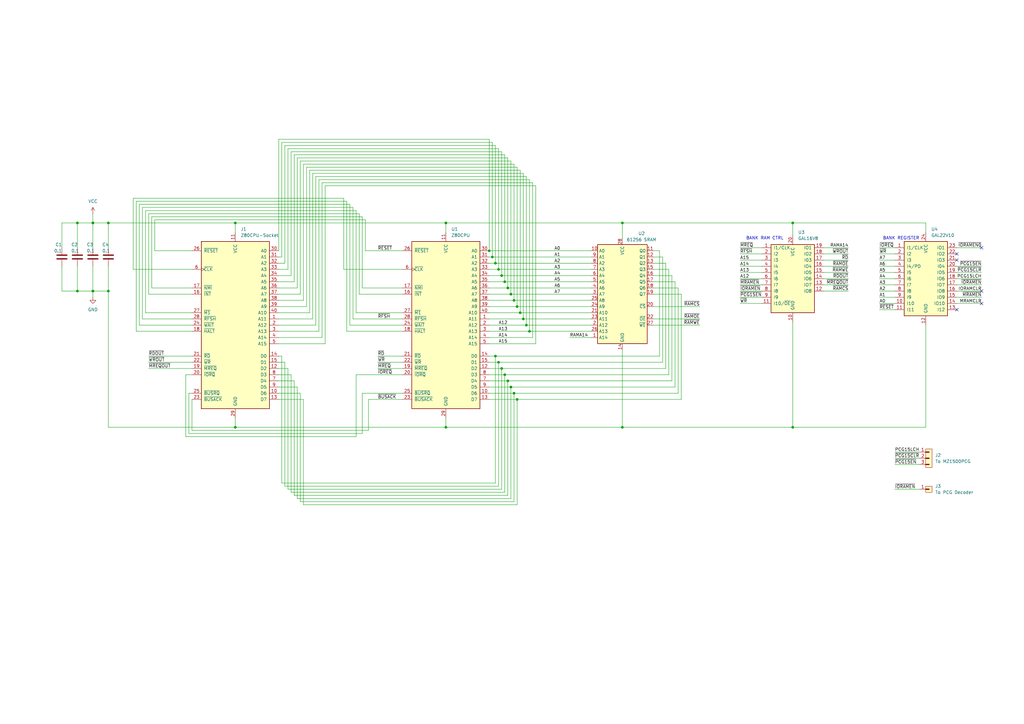
<source format=kicad_sch>
(kicad_sch (version 20231120) (generator "eeschema") (generator_version "8.0")
  (paper "A3")
  (title_block (title "MZ700-like BANK RAM for MZ1200") (date "2024-07-10") (rev "2.0"))
  (lib_symbols
    (symbol "8bits:GAL22V10" (pin_names (offset 1.016))
      (property "Reference" "U" (at -8.89 16.51 0))
      (property "Value" "GAL22V10" (at 3.81 16.51 0))
      (symbol "GAL22V10_0_0"
        (pin power_in line (at 0 -19.05 90) (length 3.81) (name "GND") (number "12"))
        (pin power_in line (at 0 19.05 270) (length 3.81) (name "VCC") (number "24"))
      )
      (symbol "GAL22V10_0_1"
        (rectangle (start -8.89 15.24) (end 8.89 -15.24) (stroke (width 0.254)) (fill (type background)))
      )
      (symbol "GAL22V10_1_1"
        (pin input line (at -12.7 12.7 0) (length 3.81) (name "I1/CLK") (number "1"))
        (pin input line (at -12.7 -10.16 0) (length 3.81) (name "I10") (number "10"))
        (pin input line (at -12.7 -12.7 0) (length 3.81) (name "I11") (number "11"))
        (pin input line (at 12.7 -12.7 180) (length 3.81) (name "I12") (number "13"))
        (pin tri_state line (at 12.7 -10.16 180) (length 3.81) (name "IO10") (number "14"))
        (pin tri_state line (at 12.7 -7.62 180) (length 3.81) (name "IO9") (number "15"))
        (pin tri_state line (at 12.7 -5.08 180) (length 3.81) (name "IO8") (number "16"))
        (pin tri_state line (at 12.7 -2.54 180) (length 3.81) (name "IO7") (number "17"))
        (pin tri_state line (at 12.7 0 180) (length 3.81) (name "IO6") (number "18"))
        (pin tri_state line (at 12.7 2.54 180) (length 3.81) (name "IO5") (number "19"))
        (pin input line (at -12.7 10.16 0) (length 3.81) (name "I2") (number "2"))
        (pin tri_state line (at 12.7 5.08 180) (length 3.81) (name "I04") (number "20"))
        (pin tri_state line (at 12.7 7.62 180) (length 3.81) (name "IO3") (number "21"))
        (pin tri_state line (at 12.7 10.16 180) (length 3.81) (name "IO2") (number "22"))
        (pin tri_state line (at 12.7 12.7 180) (length 3.81) (name "IO1") (number "23"))
        (pin input line (at -12.7 7.62 0) (length 3.81) (name "I3") (number "3"))
        (pin input line (at -12.7 5.08 0) (length 3.81) (name "I4/PD") (number "4"))
        (pin input line (at -12.7 2.54 0) (length 3.81) (name "I5") (number "5"))
        (pin input line (at -12.7 0 0) (length 3.81) (name "I6") (number "6"))
        (pin input line (at -12.7 -2.54 0) (length 3.81) (name "I7") (number "7"))
        (pin input line (at -12.7 -5.08 0) (length 3.81) (name "I8") (number "8"))
        (pin input line (at -12.7 -7.62 0) (length 3.81) (name "I9") (number "9"))
      )
    )
    (symbol "CPU:Z80CPU" (pin_names (offset 1.016))
      (property "Reference" "U" (at -13.97 35.56 0))
      (property "Value" "Z80CPU" (at 6.35 35.56 0))
      (symbol "Z80CPU_0_1"
        (rectangle (start -13.97 34.29) (end 13.97 -34.29) (stroke (width 0.254)) (fill (type background)))
      )
      (symbol "Z80CPU_1_1"
        (pin output line (at 17.78 2.54 180) (length 3.81) (name "A11") (number "1"))
        (pin bidirectional line (at 17.78 -27.94 180) (length 3.81) (name "D6") (number "10"))
        (pin power_in line (at 0 38.1 270) (length 3.81) (name "VCC") (number "11"))
        (pin bidirectional line (at 17.78 -17.78 180) (length 3.81) (name "D2") (number "12"))
        (pin bidirectional line (at 17.78 -30.48 180) (length 3.81) (name "D7") (number "13"))
        (pin bidirectional line (at 17.78 -12.7 180) (length 3.81) (name "D0") (number "14"))
        (pin bidirectional line (at 17.78 -15.24 180) (length 3.81) (name "D1") (number "15"))
        (pin input line (at -17.78 12.7 0) (length 3.81) (name "~{INT}") (number "16"))
        (pin input line (at -17.78 15.24 0) (length 3.81) (name "~{NMI}") (number "17"))
        (pin output line (at -17.78 -2.54 0) (length 3.81) (name "~{HALT}") (number "18"))
        (pin output line (at -17.78 -17.78 0) (length 3.81) (name "~{MREQ}") (number "19"))
        (pin output line (at 17.78 0 180) (length 3.81) (name "A12") (number "2"))
        (pin output line (at -17.78 -20.32 0) (length 3.81) (name "~{IORQ}") (number "20"))
        (pin output line (at -17.78 -12.7 0) (length 3.81) (name "~{RD}") (number "21"))
        (pin output line (at -17.78 -15.24 0) (length 3.81) (name "~{WR}") (number "22"))
        (pin output line (at -17.78 -30.48 0) (length 3.81) (name "~{BUSACK}") (number "23"))
        (pin input line (at -17.78 0 0) (length 3.81) (name "~{WAIT}") (number "24"))
        (pin input line (at -17.78 -27.94 0) (length 3.81) (name "~{BUSRQ}") (number "25"))
        (pin input line (at -17.78 30.48 0) (length 3.81) (name "~{RESET}") (number "26"))
        (pin output line (at -17.78 5.08 0) (length 3.81) (name "~{M1}") (number "27"))
        (pin output line (at -17.78 2.54 0) (length 3.81) (name "~{RFSH}") (number "28"))
        (pin power_in line (at 0 -38.1 90) (length 3.81) (name "GND") (number "29"))
        (pin output line (at 17.78 -2.54 180) (length 3.81) (name "A13") (number "3"))
        (pin output line (at 17.78 30.48 180) (length 3.81) (name "A0") (number "30"))
        (pin output line (at 17.78 27.94 180) (length 3.81) (name "A1") (number "31"))
        (pin output line (at 17.78 25.4 180) (length 3.81) (name "A2") (number "32"))
        (pin output line (at 17.78 22.86 180) (length 3.81) (name "A3") (number "33"))
        (pin output line (at 17.78 20.32 180) (length 3.81) (name "A4") (number "34"))
        (pin output line (at 17.78 17.78 180) (length 3.81) (name "A5") (number "35"))
        (pin output line (at 17.78 15.24 180) (length 3.81) (name "A6") (number "36"))
        (pin output line (at 17.78 12.7 180) (length 3.81) (name "A7") (number "37"))
        (pin output line (at 17.78 10.16 180) (length 3.81) (name "A8") (number "38"))
        (pin output line (at 17.78 7.62 180) (length 3.81) (name "A9") (number "39"))
        (pin output line (at 17.78 -5.08 180) (length 3.81) (name "A14") (number "4"))
        (pin output line (at 17.78 5.08 180) (length 3.81) (name "A10") (number "40"))
        (pin output line (at 17.78 -7.62 180) (length 3.81) (name "A15") (number "5"))
        (pin input clock (at -17.78 22.86 0) (length 3.81) (name "~{CLK}") (number "6"))
        (pin bidirectional line (at 17.78 -22.86 180) (length 3.81) (name "D4") (number "7"))
        (pin bidirectional line (at 17.78 -20.32 180) (length 3.81) (name "D3") (number "8"))
        (pin bidirectional line (at 17.78 -25.4 180) (length 3.81) (name "D5") (number "9"))
      )
    )
    (symbol "Device:C" (pin_numbers hide) (pin_names (offset 0.254))
      (property "Reference" "C" (at 0.635 2.54 0))
      (property "Value" "C" (at 0.635 -2.54 0))
      (symbol "C_0_1"
        (polyline (pts (xy -2.032 -0.762) (xy 2.032 -0.762)) (stroke (width 0.508)))
        (polyline (pts (xy -2.032 0.762) (xy 2.032 0.762)) (stroke (width 0.508)))
      )
      (symbol "C_1_1"
        (pin passive line (at 0 3.81 270) (length 2.794) (name "~") (number "1"))
        (pin passive line (at 0 -3.81 90) (length 2.794) (name "~") (number "2"))
      )
    )
    (symbol "Kao_Library:Z80CPU-Socket" (pin_names (offset 1.016))
      (property "Reference" "J" (at -13.97 35.56 0))
      (property "Value" "Z80CPU-Socket" (at 6.35 35.56 0))
      (symbol "Z80CPU-Socket_0_1"
        (rectangle (start -13.97 34.29) (end 13.97 -34.29) (stroke (width 0.254)) (fill (type background)))
      )
      (symbol "Z80CPU-Socket_1_1"
        (pin input line (at 17.78 2.54 180) (length 3.81) (name "A11") (number "1"))
        (pin bidirectional line (at 17.78 -27.94 180) (length 3.81) (name "D6") (number "10"))
        (pin power_out line (at 0 38.1 270) (length 3.81) (name "VCC") (number "11"))
        (pin bidirectional line (at 17.78 -17.78 180) (length 3.81) (name "D2") (number "12"))
        (pin bidirectional line (at 17.78 -30.48 180) (length 3.81) (name "D7") (number "13"))
        (pin bidirectional line (at 17.78 -12.7 180) (length 3.81) (name "D0") (number "14"))
        (pin bidirectional line (at 17.78 -15.24 180) (length 3.81) (name "D1") (number "15"))
        (pin output line (at -17.78 12.7 0) (length 3.81) (name "~{INT}") (number "16"))
        (pin output line (at -17.78 15.24 0) (length 3.81) (name "~{NMI}") (number "17"))
        (pin input line (at -17.78 -2.54 0) (length 3.81) (name "~{HALT}") (number "18"))
        (pin input line (at -17.78 -17.78 0) (length 3.81) (name "~{MREQ}") (number "19"))
        (pin input line (at 17.78 0 180) (length 3.81) (name "A12") (number "2"))
        (pin input line (at -17.78 -20.32 0) (length 3.81) (name "~{IORQ}") (number "20"))
        (pin input line (at -17.78 -12.7 0) (length 3.81) (name "~{RD}") (number "21"))
        (pin input line (at -17.78 -15.24 0) (length 3.81) (name "~{WR}") (number "22"))
        (pin input line (at -17.78 -30.48 0) (length 3.81) (name "~{BUSACK}") (number "23"))
        (pin output line (at -17.78 0 0) (length 3.81) (name "~{WAIT}") (number "24"))
        (pin output line (at -17.78 -27.94 0) (length 3.81) (name "~{BUSRQ}") (number "25"))
        (pin output line (at -17.78 30.48 0) (length 3.81) (name "~{RESET}") (number "26"))
        (pin input line (at -17.78 5.08 0) (length 3.81) (name "~{M1}") (number "27"))
        (pin input line (at -17.78 2.54 0) (length 3.81) (name "~{RFSH}") (number "28"))
        (pin power_out line (at 0 -38.1 90) (length 3.81) (name "GND") (number "29"))
        (pin input line (at 17.78 -2.54 180) (length 3.81) (name "A13") (number "3"))
        (pin input line (at 17.78 30.48 180) (length 3.81) (name "A0") (number "30"))
        (pin input line (at 17.78 27.94 180) (length 3.81) (name "A1") (number "31"))
        (pin input line (at 17.78 25.4 180) (length 3.81) (name "A2") (number "32"))
        (pin input line (at 17.78 22.86 180) (length 3.81) (name "A3") (number "33"))
        (pin input line (at 17.78 20.32 180) (length 3.81) (name "A4") (number "34"))
        (pin input line (at 17.78 17.78 180) (length 3.81) (name "A5") (number "35"))
        (pin input line (at 17.78 15.24 180) (length 3.81) (name "A6") (number "36"))
        (pin input line (at 17.78 12.7 180) (length 3.81) (name "A7") (number "37"))
        (pin input line (at 17.78 10.16 180) (length 3.81) (name "A8") (number "38"))
        (pin input line (at 17.78 7.62 180) (length 3.81) (name "A9") (number "39"))
        (pin input line (at 17.78 -5.08 180) (length 3.81) (name "A14") (number "4"))
        (pin input line (at 17.78 5.08 180) (length 3.81) (name "A10") (number "40"))
        (pin input line (at 17.78 -7.62 180) (length 3.81) (name "A15") (number "5"))
        (pin output clock (at -17.78 22.86 0) (length 3.81) (name "~{CLK}") (number "6"))
        (pin bidirectional line (at 17.78 -22.86 180) (length 3.81) (name "D4") (number "7"))
        (pin bidirectional line (at 17.78 -20.32 180) (length 3.81) (name "D3") (number "8"))
        (pin bidirectional line (at 17.78 -25.4 180) (length 3.81) (name "D5") (number "9"))
      )
    )
    (symbol "Logic_Programmable:GAL16V8" (pin_names (offset 1.016))
      (property "Reference" "U" (at -8.89 16.51 0))
      (property "Value" "GAL16V8" (at 1.27 16.51 0))
      (symbol "GAL16V8_0_0"
        (pin power_in line (at 0 -17.78 90) (length 3.81) (name "GND") (number "10"))
        (pin power_in line (at 0 17.78 270) (length 3.81) (name "VCC") (number "20"))
      )
      (symbol "GAL16V8_0_1"
        (rectangle (start -8.89 13.97) (end 8.89 -13.97) (stroke (width 0.254)) (fill (type background)))
      )
      (symbol "GAL16V8_1_1"
        (pin input line (at -12.7 12.7 0) (length 3.81) (name "I1/CLK") (number "1"))
        (pin input line (at -12.7 -10.16 0) (length 3.81) (name "I10/~{OE}") (number "11"))
        (pin tri_state line (at 12.7 -5.08 180) (length 3.81) (name "IO8") (number "12"))
        (pin tri_state line (at 12.7 -2.54 180) (length 3.81) (name "IO7") (number "13"))
        (pin tri_state line (at 12.7 0 180) (length 3.81) (name "IO6") (number "14"))
        (pin tri_state line (at 12.7 2.54 180) (length 3.81) (name "IO5") (number "15"))
        (pin tri_state line (at 12.7 5.08 180) (length 3.81) (name "IO4") (number "16"))
        (pin tri_state line (at 12.7 7.62 180) (length 3.81) (name "I03") (number "17"))
        (pin tri_state line (at 12.7 10.16 180) (length 3.81) (name "IO2") (number "18"))
        (pin tri_state line (at 12.7 12.7 180) (length 3.81) (name "IO1") (number "19"))
        (pin input line (at -12.7 10.16 0) (length 3.81) (name "I2") (number "2"))
        (pin input line (at -12.7 7.62 0) (length 3.81) (name "I3") (number "3"))
        (pin input line (at -12.7 5.08 0) (length 3.81) (name "I4") (number "4"))
        (pin input line (at -12.7 2.54 0) (length 3.81) (name "I5") (number "5"))
        (pin input line (at -12.7 0 0) (length 3.81) (name "I6") (number "6"))
        (pin input line (at -12.7 -2.54 0) (length 3.81) (name "I7") (number "7"))
        (pin input line (at -12.7 -5.08 0) (length 3.81) (name "I8") (number "8"))
        (pin input line (at -12.7 -7.62 0) (length 3.81) (name "I9") (number "9"))
      )
    )
    (symbol "Memory_RAM:KM62256CLP"
      (property "Reference" "U" (at -10.16 20.955 0))
      (property "Value" "KM62256CLP" (at 2.54 20.955 0))
      (symbol "KM62256CLP_0_0"
        (pin power_in line (at 0 -22.86 90) (length 2.54) (name "GND") (number "14"))
        (pin power_in line (at 0 22.86 270) (length 2.54) (name "VCC") (number "28"))
      )
      (symbol "KM62256CLP_0_1"
        (rectangle (start -10.16 20.32) (end 10.16 -20.32) (stroke (width 0.254)) (fill (type background)))
      )
      (symbol "KM62256CLP_1_1"
        (pin input line (at -12.7 -17.78 0) (length 2.54) (name "A14") (number "1"))
        (pin input line (at -12.7 17.78 0) (length 2.54) (name "A0") (number "10"))
        (pin tri_state line (at 12.7 17.78 180) (length 2.54) (name "Q0") (number "11"))
        (pin tri_state line (at 12.7 15.24 180) (length 2.54) (name "Q1") (number "12"))
        (pin tri_state line (at 12.7 12.7 180) (length 2.54) (name "Q2") (number "13"))
        (pin tri_state line (at 12.7 10.16 180) (length 2.54) (name "Q3") (number "15"))
        (pin tri_state line (at 12.7 7.62 180) (length 2.54) (name "Q4") (number "16"))
        (pin tri_state line (at 12.7 5.08 180) (length 2.54) (name "Q5") (number "17"))
        (pin tri_state line (at 12.7 2.54 180) (length 2.54) (name "Q6") (number "18"))
        (pin tri_state line (at 12.7 0 180) (length 2.54) (name "Q7") (number "19"))
        (pin input line (at -12.7 -12.7 0) (length 2.54) (name "A12") (number "2"))
        (pin input line (at 12.7 -5.08 180) (length 2.54) (name "~{CS}") (number "20"))
        (pin input line (at -12.7 -7.62 0) (length 2.54) (name "A10") (number "21"))
        (pin input line (at 12.7 -10.16 180) (length 2.54) (name "~{OE}") (number "22"))
        (pin input line (at -12.7 -10.16 0) (length 2.54) (name "A11") (number "23"))
        (pin input line (at -12.7 -5.08 0) (length 2.54) (name "A9") (number "24"))
        (pin input line (at -12.7 -2.54 0) (length 2.54) (name "A8") (number "25"))
        (pin input line (at -12.7 -15.24 0) (length 2.54) (name "A13") (number "26"))
        (pin input line (at 12.7 -12.7 180) (length 2.54) (name "~{WE}") (number "27"))
        (pin input line (at -12.7 0 0) (length 2.54) (name "A7") (number "3"))
        (pin input line (at -12.7 2.54 0) (length 2.54) (name "A6") (number "4"))
        (pin input line (at -12.7 5.08 0) (length 2.54) (name "A5") (number "5"))
        (pin input line (at -12.7 7.62 0) (length 2.54) (name "A4") (number "6"))
        (pin input line (at -12.7 10.16 0) (length 2.54) (name "A3") (number "7"))
        (pin input line (at -12.7 12.7 0) (length 2.54) (name "A2") (number "8"))
        (pin input line (at -12.7 15.24 0) (length 2.54) (name "A1") (number "9"))
      )
    )
    (symbol "PCM_SL_Pin_Headers:PINHD_1x1_Male"
      (property "Reference" "J" (at 0 6.35 0))
      (property "Value" "PINHD_1x1_Male" (at 0 3.81 0))
      (symbol "PINHD_1x1_Male_0_1"
        (rectangle (start -1.27 1.27) (end 1.27 -1.27) (fill (type background)))
        (polyline (pts (xy -1.27 0) (xy 0 0)) (stroke (width 0.3)))
        (polyline (pts (xy -1.27 0) (xy 0 0)) (stroke (width 0.5)))
      )
      (symbol "PINHD_1x1_Male_1_1"
        (pin passive line (at -3.81 0 0) (length 2.54) (name "") (number "1"))
      )
    )
    (symbol "PCM_SL_Pin_Headers:PINHD_1x3_Male"
      (property "Reference" "J" (at 0 7.62 0))
      (property "Value" "PINHD_1x3_Male" (at 0 5.08 0))
      (symbol "PINHD_1x3_Male_0_1"
        (rectangle (start -1.27 3.81) (end 1.27 -3.81) (fill (type background)))
        (polyline (pts (xy -1.27 -2.54) (xy 0 -2.54)) (stroke (width 0.3)))
        (polyline (pts (xy -1.27 -2.54) (xy 0 -2.54)) (stroke (width 0.5)))
        (polyline (pts (xy -1.27 0) (xy 0 0)) (stroke (width 0.3)))
        (polyline (pts (xy -1.27 0) (xy 0 0)) (stroke (width 0.5)))
        (polyline (pts (xy -1.27 2.54) (xy 0 2.54)) (stroke (width 0.3)))
        (polyline (pts (xy -1.27 2.54) (xy 0 2.54)) (stroke (width 0.5)))
      )
      (symbol "PINHD_1x3_Male_1_1"
        (pin passive line (at -3.81 2.54 0) (length 2.54) (name "") (number "1"))
        (pin passive line (at -3.81 0 0) (length 2.54) (name "") (number "2"))
        (pin passive line (at -3.81 -2.54 0) (length 2.54) (name "") (number "3"))
      )
    )
    (symbol "power:GND" (power) (pin_numbers hide) (pin_names (offset 0) hide)
      (property "Value" "GND" (at 0 -3.81 0))
      (symbol "GND_0_1"
        (polyline (pts (xy 0 0) (xy 0 -1.27) (xy 1.27 -1.27) (xy 0 -2.54) (xy -1.27 -1.27) (xy 0 -1.27)))
      )
      (symbol "GND_1_1"
        (pin power_in line (at 0 0 270) (length 0) (name "~") (number "1"))
      )
    )
    (symbol "power:VCC" (power) (pin_numbers hide) (pin_names (offset 0) hide)
      (property "Value" "VCC" (at 0 3.556 0))
      (symbol "VCC_0_1"
        (polyline (pts (xy -0.762 1.27) (xy 0 2.54)))
        (polyline (pts (xy 0 0) (xy 0 2.54)))
        (polyline (pts (xy 0 2.54) (xy 0.762 1.27)))
      )
      (symbol "VCC_1_1"
        (pin power_in line (at 0 0 90) (length 0) (name "~") (number "1"))
      )
    )
  )
  (junction (at 212.09 125.73))
  (junction (at 217.17 135.89))
  (junction (at 205.74 113.03))
  (junction (at 325.12 175.26))
  (junction (at 208.28 156.21))
  (junction (at 204.47 148.59))
  (junction (at 210.82 161.29))
  (junction (at 207.01 153.67))
  (junction (at 213.36 128.27))
  (junction (at 96.52 91.44))
  (junction (at 38.1 119.38))
  (junction (at 255.27 91.44))
  (junction (at 201.93 105.41))
  (junction (at 325.12 91.44))
  (junction (at 96.52 175.26))
  (junction (at 255.27 175.26))
  (junction (at 204.47 110.49))
  (junction (at 44.45 91.44))
  (junction (at 182.88 91.44))
  (junction (at 209.55 120.65))
  (junction (at 44.45 119.38))
  (junction (at 38.1 91.44))
  (junction (at 182.88 175.26))
  (junction (at 31.75 119.38))
  (junction (at 215.9 133.35))
  (junction (at 205.74 151.13))
  (junction (at 203.2 146.05))
  (junction (at 214.63 130.81))
  (junction (at 31.75 91.44))
  (junction (at 209.55 158.75))
  (junction (at 212.09 163.83))
  (junction (at 210.82 123.19))
  (junction (at 207.01 115.57))
  (junction (at 208.28 118.11))
  (junction (at 200.66 102.87))
  (junction (at 203.2 107.95))
  (no_connect (at 402.59 124.46))
  (no_connect (at 402.59 101.6))
  (no_connect (at 392.43 127))
  (no_connect (at 392.43 104.14))
  (no_connect (at 402.59 119.38))
  (no_connect (at 392.43 106.68))
  (wire (pts (xy 200.66 161.29) (xy 210.82 161.29)))
  (wire (pts (xy 96.52 171.45) (xy 96.52 175.26)))
  (wire (pts (xy 31.75 91.44) (xy 38.1 91.44)))
  (wire (pts (xy 360.68 119.38) (xy 367.03 119.38)))
  (wire (pts (xy 114.3 146.05) (xy 115.57 146.05)))
  (wire (pts (xy 210.82 205.74) (xy 210.82 161.29)))
  (wire (pts (xy 124.46 67.31) (xy 210.82 67.31)))
  (wire (pts (xy 303.53 101.6) (xy 312.42 101.6)))
  (wire (pts (xy 203.2 59.69) (xy 203.2 107.95)))
  (wire (pts (xy 208.28 203.2) (xy 208.28 156.21)))
  (wire (pts (xy 217.17 73.66) (xy 217.17 135.89)))
  (wire (pts (xy 60.96 151.13) (xy 78.74 151.13)))
  (wire (pts (xy 114.3 135.89) (xy 130.81 135.89)))
  (wire (pts (xy 55.88 135.89) (xy 55.88 82.55)))
  (wire (pts (xy 182.88 91.44) (xy 182.88 95.25)))
  (wire (pts (xy 123.19 120.65) (xy 123.19 66.04)))
  (wire (pts (xy 233.68 138.43) (xy 242.57 138.43)))
  (wire (pts (xy 114.3 125.73) (xy 125.73 125.73)))
  (wire (pts (xy 96.52 95.25) (xy 96.52 91.44)))
  (wire (pts (xy 148.59 177.8) (xy 148.59 161.29)))
  (wire (pts (xy 218.44 138.43) (xy 200.66 138.43)))
  (wire (pts (xy 278.13 118.11) (xy 267.97 118.11)))
  (wire (pts (xy 255.27 143.51) (xy 255.27 175.26)))
  (wire (pts (xy 347.98 106.68) (xy 337.82 106.68)))
  (wire (pts (xy 215.9 133.35) (xy 200.66 133.35)))
  (wire (pts (xy 114.3 158.75) (xy 121.92 158.75)))
  (wire (pts (xy 379.73 175.26) (xy 325.12 175.26)))
  (wire (pts (xy 128.27 71.12) (xy 214.63 71.12)))
  (wire (pts (xy 325.12 96.52) (xy 325.12 91.44)))
  (wire (pts (xy 114.3 140.97) (xy 133.35 140.97)))
  (wire (pts (xy 143.51 133.35) (xy 165.1 133.35)))
  (wire (pts (xy 267.97 125.73) (xy 287.02 125.73)))
  (wire (pts (xy 114.3 163.83) (xy 124.46 163.83)))
  (wire (pts (xy 144.78 85.09) (xy 144.78 130.81)))
  (wire (pts (xy 392.43 114.3) (xy 402.59 114.3)))
  (wire (pts (xy 151.13 163.83) (xy 165.1 163.83)))
  (wire (pts (xy 118.11 60.96) (xy 204.47 60.96)))
  (wire (pts (xy 78.74 135.89) (xy 55.88 135.89)))
  (wire (pts (xy 76.2 179.07) (xy 146.05 179.07)))
  (wire (pts (xy 146.05 153.67) (xy 165.1 153.67)))
  (wire (pts (xy 367.03 187.96) (xy 377.19 187.96)))
  (wire (pts (xy 38.1 119.38) (xy 44.45 119.38)))
  (wire (pts (xy 200.66 102.87) (xy 242.57 102.87)))
  (wire (pts (xy 267.97 113.03) (xy 275.59 113.03)))
  (wire (pts (xy 303.53 124.46) (xy 312.42 124.46)))
  (wire (pts (xy 337.82 109.22) (xy 347.98 109.22)))
  (wire (pts (xy 208.28 64.77) (xy 208.28 118.11)))
  (wire (pts (xy 127 69.85) (xy 213.36 69.85)))
  (wire (pts (xy 76.2 153.67) (xy 76.2 179.07)))
  (wire (pts (xy 255.27 175.26) (xy 182.88 175.26)))
  (wire (pts (xy 154.94 148.59) (xy 165.1 148.59)))
  (wire (pts (xy 214.63 130.81) (xy 200.66 130.81)))
  (wire (pts (xy 142.24 82.55) (xy 142.24 135.89)))
  (wire (pts (xy 125.73 68.58) (xy 212.09 68.58)))
  (wire (pts (xy 200.66 148.59) (xy 204.47 148.59)))
  (wire (pts (xy 116.84 199.39) (xy 204.47 199.39)))
  (wire (pts (xy 114.3 110.49) (xy 118.11 110.49)))
  (wire (pts (xy 303.53 121.92) (xy 312.42 121.92)))
  (wire (pts (xy 208.28 118.11) (xy 200.66 118.11)))
  (wire (pts (xy 63.5 102.87) (xy 78.74 102.87)))
  (wire (pts (xy 337.82 116.84) (xy 347.98 116.84)))
  (wire (pts (xy 63.5 90.17) (xy 63.5 102.87)))
  (wire (pts (xy 379.73 91.44) (xy 325.12 91.44)))
  (wire (pts (xy 114.3 57.15) (xy 200.66 57.15)))
  (wire (pts (xy 209.55 120.65) (xy 242.57 120.65)))
  (wire (pts (xy 125.73 125.73) (xy 125.73 68.58)))
  (wire (pts (xy 147.32 120.65) (xy 165.1 120.65)))
  (wire (pts (xy 303.53 104.14) (xy 312.42 104.14)))
  (wire (pts (xy 38.1 109.22) (xy 38.1 119.38)))
  (wire (pts (xy 360.68 124.46) (xy 367.03 124.46)))
  (wire (pts (xy 38.1 91.44) (xy 44.45 91.44)))
  (wire (pts (xy 276.86 115.57) (xy 267.97 115.57)))
  (wire (pts (xy 146.05 179.07) (xy 146.05 153.67)))
  (wire (pts (xy 60.96 87.63) (xy 147.32 87.63)))
  (wire (pts (xy 242.57 105.41) (xy 201.93 105.41)))
  (wire (pts (xy 242.57 110.49) (xy 204.47 110.49)))
  (wire (pts (xy 242.57 135.89) (xy 217.17 135.89)))
  (wire (pts (xy 78.74 176.53) (xy 151.13 176.53)))
  (wire (pts (xy 44.45 109.22) (xy 44.45 119.38)))
  (wire (pts (xy 392.43 124.46) (xy 402.59 124.46)))
  (wire (pts (xy 96.52 175.26) (xy 44.45 175.26)))
  (wire (pts (xy 360.68 116.84) (xy 367.03 116.84)))
  (wire (pts (xy 392.43 109.22) (xy 402.59 109.22)))
  (wire (pts (xy 25.4 91.44) (xy 31.75 91.44)))
  (wire (pts (xy 130.81 73.66) (xy 217.17 73.66)))
  (wire (pts (xy 148.59 88.9) (xy 148.59 118.11)))
  (wire (pts (xy 219.71 76.2) (xy 219.71 140.97)))
  (wire (pts (xy 62.23 88.9) (xy 148.59 88.9)))
  (wire (pts (xy 200.66 113.03) (xy 205.74 113.03)))
  (wire (pts (xy 303.53 111.76) (xy 312.42 111.76)))
  (wire (pts (xy 217.17 135.89) (xy 200.66 135.89)))
  (wire (pts (xy 213.36 128.27) (xy 200.66 128.27)))
  (wire (pts (xy 133.35 140.97) (xy 133.35 76.2)))
  (wire (pts (xy 215.9 72.39) (xy 215.9 133.35)))
  (wire (pts (xy 151.13 163.83) (xy 151.13 176.53)))
  (wire (pts (xy 144.78 130.81) (xy 165.1 130.81)))
  (wire (pts (xy 121.92 64.77) (xy 208.28 64.77)))
  (wire (pts (xy 182.88 175.26) (xy 182.88 171.45)))
  (wire (pts (xy 209.55 66.04) (xy 209.55 120.65)))
  (wire (pts (xy 214.63 71.12) (xy 214.63 130.81)))
  (wire (pts (xy 123.19 161.29) (xy 123.19 205.74)))
  (wire (pts (xy 78.74 110.49) (xy 54.61 110.49)))
  (wire (pts (xy 201.93 58.42) (xy 201.93 105.41)))
  (wire (pts (xy 204.47 60.96) (xy 204.47 110.49)))
  (wire (pts (xy 208.28 156.21) (xy 275.59 156.21)))
  (wire (pts (xy 207.01 115.57) (xy 242.57 115.57)))
  (wire (pts (xy 205.74 151.13) (xy 273.05 151.13)))
  (wire (pts (xy 121.92 204.47) (xy 209.55 204.47)))
  (wire (pts (xy 142.24 135.89) (xy 165.1 135.89)))
  (wire (pts (xy 54.61 110.49) (xy 54.61 81.28)))
  (wire (pts (xy 212.09 125.73) (xy 242.57 125.73)))
  (wire (pts (xy 207.01 63.5) (xy 207.01 115.57)))
  (wire (pts (xy 360.68 111.76) (xy 367.03 111.76)))
  (wire (pts (xy 207.01 153.67) (xy 274.32 153.67)))
  (wire (pts (xy 77.47 161.29) (xy 77.47 177.8)))
  (wire (pts (xy 201.93 105.41) (xy 200.66 105.41)))
  (wire (pts (xy 278.13 161.29) (xy 278.13 118.11)))
  (wire (pts (xy 123.19 66.04) (xy 209.55 66.04)))
  (wire (pts (xy 25.4 119.38) (xy 31.75 119.38)))
  (wire (pts (xy 203.2 146.05) (xy 200.66 146.05)))
  (wire (pts (xy 210.82 123.19) (xy 200.66 123.19)))
  (wire (pts (xy 140.97 81.28) (xy 140.97 110.49)))
  (wire (pts (xy 78.74 120.65) (xy 60.96 120.65)))
  (wire (pts (xy 360.68 101.6) (xy 367.03 101.6)))
  (wire (pts (xy 114.3 161.29) (xy 123.19 161.29)))
  (wire (pts (xy 274.32 153.67) (xy 274.32 110.49)))
  (wire (pts (xy 337.82 114.3) (xy 347.98 114.3)))
  (wire (pts (xy 129.54 72.39) (xy 215.9 72.39)))
  (wire (pts (xy 209.55 158.75) (xy 276.86 158.75)))
  (wire (pts (xy 154.94 151.13) (xy 165.1 151.13)))
  (wire (pts (xy 210.82 161.29) (xy 278.13 161.29)))
  (wire (pts (xy 146.05 128.27) (xy 165.1 128.27)))
  (wire (pts (xy 116.84 107.95) (xy 116.84 59.69)))
  (wire (pts (xy 114.3 113.03) (xy 119.38 113.03)))
  (wire (pts (xy 78.74 133.35) (xy 57.15 133.35)))
  (wire (pts (xy 148.59 161.29) (xy 165.1 161.29)))
  (wire (pts (xy 212.09 125.73) (xy 200.66 125.73)))
  (wire (pts (xy 57.15 133.35) (xy 57.15 83.82)))
  (wire (pts (xy 55.88 82.55) (xy 142.24 82.55)))
  (wire (pts (xy 120.65 115.57) (xy 120.65 63.5)))
  (wire (pts (xy 118.11 200.66) (xy 205.74 200.66)))
  (wire (pts (xy 121.92 158.75) (xy 121.92 204.47)))
  (wire (pts (xy 114.3 120.65) (xy 123.19 120.65)))
  (wire (pts (xy 60.96 148.59) (xy 78.74 148.59)))
  (wire (pts (xy 31.75 109.22) (xy 31.75 119.38)))
  (wire (pts (xy 367.03 190.5) (xy 377.19 190.5)))
  (wire (pts (xy 78.74 118.11) (xy 62.23 118.11)))
  (wire (pts (xy 255.27 91.44) (xy 325.12 91.44)))
  (wire (pts (xy 204.47 199.39) (xy 204.47 148.59)))
  (wire (pts (xy 57.15 83.82) (xy 143.51 83.82)))
  (wire (pts (xy 140.97 110.49) (xy 165.1 110.49)))
  (wire (pts (xy 392.43 121.92) (xy 402.59 121.92)))
  (wire (pts (xy 114.3 102.87) (xy 114.3 57.15)))
  (wire (pts (xy 255.27 97.79) (xy 255.27 91.44)))
  (wire (pts (xy 130.81 135.89) (xy 130.81 73.66)))
  (wire (pts (xy 203.2 107.95) (xy 200.66 107.95)))
  (wire (pts (xy 38.1 101.6) (xy 38.1 91.44)))
  (wire (pts (xy 337.82 104.14) (xy 347.98 104.14)))
  (wire (pts (xy 121.92 118.11) (xy 121.92 64.77)))
  (wire (pts (xy 200.66 158.75) (xy 209.55 158.75)))
  (wire (pts (xy 207.01 201.93) (xy 207.01 153.67)))
  (wire (pts (xy 149.86 90.17) (xy 149.86 102.87)))
  (wire (pts (xy 96.52 175.26) (xy 182.88 175.26)))
  (wire (pts (xy 303.53 114.3) (xy 312.42 114.3)))
  (wire (pts (xy 133.35 76.2) (xy 219.71 76.2)))
  (wire (pts (xy 208.28 118.11) (xy 242.57 118.11)))
  (wire (pts (xy 200.66 156.21) (xy 208.28 156.21)))
  (wire (pts (xy 78.74 163.83) (xy 78.74 176.53)))
  (wire (pts (xy 149.86 90.17) (xy 63.5 90.17)))
  (wire (pts (xy 58.42 85.09) (xy 144.78 85.09)))
  (wire (pts (xy 267.97 130.81) (xy 287.02 130.81)))
  (wire (pts (xy 267.97 102.87) (xy 270.51 102.87)))
  (wire (pts (xy 267.97 110.49) (xy 274.32 110.49)))
  (wire (pts (xy 54.61 81.28) (xy 140.97 81.28)))
  (wire (pts (xy 114.3 130.81) (xy 128.27 130.81)))
  (wire (pts (xy 132.08 74.93) (xy 218.44 74.93)))
  (wire (pts (xy 114.3 128.27) (xy 127 128.27)))
  (wire (pts (xy 60.96 120.65) (xy 60.96 87.63)))
  (wire (pts (xy 273.05 151.13) (xy 273.05 107.95)))
  (wire (pts (xy 205.74 113.03) (xy 242.57 113.03)))
  (wire (pts (xy 31.75 119.38) (xy 38.1 119.38)))
  (wire (pts (xy 114.3 153.67) (xy 119.38 153.67)))
  (wire (pts (xy 44.45 175.26) (xy 44.45 119.38)))
  (wire (pts (xy 204.47 148.59) (xy 271.78 148.59)))
  (wire (pts (xy 203.2 146.05) (xy 270.51 146.05)))
  (wire (pts (xy 115.57 105.41) (xy 115.57 58.42)))
  (wire (pts (xy 78.74 130.81) (xy 58.42 130.81)))
  (wire (pts (xy 77.47 177.8) (xy 148.59 177.8)))
  (wire (pts (xy 360.68 121.92) (xy 367.03 121.92)))
  (wire (pts (xy 242.57 107.95) (xy 203.2 107.95)))
  (wire (pts (xy 218.44 74.93) (xy 218.44 138.43)))
  (wire (pts (xy 116.84 148.59) (xy 116.84 199.39)))
  (wire (pts (xy 78.74 128.27) (xy 59.69 128.27)))
  (wire (pts (xy 114.3 105.41) (xy 115.57 105.41)))
  (wire (pts (xy 325.12 132.08) (xy 325.12 175.26)))
  (wire (pts (xy 212.09 163.83) (xy 279.4 163.83)))
  (wire (pts (xy 78.74 161.29) (xy 77.47 161.29)))
  (wire (pts (xy 379.73 133.35) (xy 379.73 175.26)))
  (wire (pts (xy 360.68 104.14) (xy 367.03 104.14)))
  (wire (pts (xy 59.69 86.36) (xy 146.05 86.36)))
  (wire (pts (xy 367.03 200.66) (xy 377.19 200.66)))
  (wire (pts (xy 127 128.27) (xy 127 69.85)))
  (wire (pts (xy 267.97 133.35) (xy 287.02 133.35)))
  (wire (pts (xy 279.4 163.83) (xy 279.4 120.65)))
  (wire (pts (xy 120.65 203.2) (xy 208.28 203.2)))
  (wire (pts (xy 271.78 105.41) (xy 267.97 105.41)))
  (wire (pts (xy 124.46 123.19) (xy 124.46 67.31)))
  (wire (pts (xy 44.45 91.44) (xy 96.52 91.44)))
  (wire (pts (xy 267.97 107.95) (xy 273.05 107.95)))
  (wire (pts (xy 129.54 133.35) (xy 129.54 72.39)))
  (wire (pts (xy 402.59 101.6) (xy 392.43 101.6)))
  (wire (pts (xy 119.38 113.03) (xy 119.38 62.23)))
  (wire (pts (xy 213.36 69.85) (xy 213.36 128.27)))
  (wire (pts (xy 118.11 110.49) (xy 118.11 60.96)))
  (wire (pts (xy 337.82 111.76) (xy 347.98 111.76)))
  (wire (pts (xy 213.36 128.27) (xy 242.57 128.27)))
  (wire (pts (xy 212.09 163.83) (xy 200.66 163.83)))
  (wire (pts (xy 115.57 198.12) (xy 203.2 198.12)))
  (wire (pts (xy 337.82 101.6) (xy 347.98 101.6)))
  (wire (pts (xy 128.27 130.81) (xy 128.27 71.12)))
  (wire (pts (xy 360.68 127) (xy 367.03 127)))
  (wire (pts (xy 210.82 67.31) (xy 210.82 123.19)))
  (wire (pts (xy 200.66 151.13) (xy 205.74 151.13)))
  (wire (pts (xy 303.53 106.68) (xy 312.42 106.68)))
  (wire (pts (xy 25.4 109.22) (xy 25.4 119.38)))
  (wire (pts (xy 124.46 207.01) (xy 212.09 207.01)))
  (wire (pts (xy 115.57 58.42) (xy 201.93 58.42)))
  (wire (pts (xy 203.2 198.12) (xy 203.2 146.05)))
  (wire (pts (xy 212.09 207.01) (xy 212.09 163.83)))
  (wire (pts (xy 146.05 86.36) (xy 146.05 128.27)))
  (wire (pts (xy 270.51 146.05) (xy 270.51 102.87)))
  (wire (pts (xy 303.53 116.84) (xy 312.42 116.84)))
  (wire (pts (xy 360.68 109.22) (xy 367.03 109.22)))
  (wire (pts (xy 325.12 175.26) (xy 255.27 175.26)))
  (wire (pts (xy 114.3 151.13) (xy 118.11 151.13)))
  (wire (pts (xy 242.57 130.81) (xy 214.63 130.81)))
  (wire (pts (xy 148.59 118.11) (xy 165.1 118.11)))
  (wire (pts (xy 31.75 101.6) (xy 31.75 91.44)))
  (wire (pts (xy 115.57 146.05) (xy 115.57 198.12)))
  (wire (pts (xy 279.4 120.65) (xy 267.97 120.65)))
  (wire (pts (xy 114.3 115.57) (xy 120.65 115.57)))
  (wire (pts (xy 303.53 109.22) (xy 312.42 109.22)))
  (wire (pts (xy 78.74 146.05) (xy 60.96 146.05)))
  (wire (pts (xy 360.68 106.68) (xy 367.03 106.68)))
  (wire (pts (xy 114.3 133.35) (xy 129.54 133.35)))
  (wire (pts (xy 200.66 153.67) (xy 207.01 153.67)))
  (wire (pts (xy 210.82 123.19) (xy 242.57 123.19)))
  (wire (pts (xy 242.57 133.35) (xy 215.9 133.35)))
  (wire (pts (xy 209.55 120.65) (xy 200.66 120.65)))
  (wire (pts (xy 276.86 158.75) (xy 276.86 115.57)))
  (wire (pts (xy 200.66 110.49) (xy 204.47 110.49)))
  (wire (pts (xy 118.11 151.13) (xy 118.11 200.66)))
  (wire (pts (xy 303.53 119.38) (xy 312.42 119.38)))
  (wire (pts (xy 38.1 119.38) (xy 38.1 121.92)))
  (wire (pts (xy 219.71 140.97) (xy 200.66 140.97)))
  (wire (pts (xy 25.4 101.6) (xy 25.4 91.44)))
  (wire (pts (xy 200.66 115.57) (xy 207.01 115.57)))
  (wire (pts (xy 392.43 111.76) (xy 402.59 111.76)))
  (wire (pts (xy 379.73 91.44) (xy 379.73 95.25)))
  (wire (pts (xy 119.38 153.67) (xy 119.38 201.93)))
  (wire (pts (xy 392.43 116.84) (xy 402.59 116.84)))
  (wire (pts (xy 114.3 123.19) (xy 124.46 123.19)))
  (wire (pts (xy 116.84 59.69) (xy 203.2 59.69)))
  (wire (pts (xy 114.3 138.43) (xy 132.08 138.43)))
  (wire (pts (xy 114.3 118.11) (xy 121.92 118.11)))
  (wire (pts (xy 38.1 87.63) (xy 38.1 91.44)))
  (wire (pts (xy 205.74 200.66) (xy 205.74 151.13)))
  (wire (pts (xy 209.55 204.47) (xy 209.55 158.75)))
  (wire (pts (xy 114.3 156.21) (xy 120.65 156.21)))
  (wire (pts (xy 123.19 205.74) (xy 210.82 205.74)))
  (wire (pts (xy 205.74 62.23) (xy 205.74 113.03)))
  (wire (pts (xy 78.74 153.67) (xy 76.2 153.67)))
  (wire (pts (xy 59.69 128.27) (xy 59.69 86.36)))
  (wire (pts (xy 143.51 83.82) (xy 143.51 133.35)))
  (wire (pts (xy 149.86 102.87) (xy 165.1 102.87)))
  (wire (pts (xy 114.3 107.95) (xy 116.84 107.95)))
  (wire (pts (xy 120.65 63.5) (xy 207.01 63.5)))
  (wire (pts (xy 119.38 201.93) (xy 207.01 201.93)))
  (wire (pts (xy 147.32 87.63) (xy 147.32 120.65)))
  (wire (pts (xy 96.52 91.44) (xy 182.88 91.44)))
  (wire (pts (xy 392.43 119.38) (xy 402.59 119.38)))
  (wire (pts (xy 58.42 130.81) (xy 58.42 85.09)))
  (wire (pts (xy 367.03 185.42) (xy 377.19 185.42)))
  (wire (pts (xy 44.45 101.6) (xy 44.45 91.44)))
  (wire (pts (xy 132.08 138.43) (xy 132.08 74.93)))
  (wire (pts (xy 120.65 156.21) (xy 120.65 203.2)))
  (wire (pts (xy 62.23 118.11) (xy 62.23 88.9)))
  (wire (pts (xy 255.27 91.44) (xy 182.88 91.44)))
  (wire (pts (xy 200.66 57.15) (xy 200.66 102.87)))
  (wire (pts (xy 114.3 148.59) (xy 116.84 148.59)))
  (wire (pts (xy 360.68 114.3) (xy 367.03 114.3)))
  (wire (pts (xy 271.78 148.59) (xy 271.78 105.41)))
  (wire (pts (xy 154.94 146.05) (xy 165.1 146.05)))
  (wire (pts (xy 119.38 62.23) (xy 205.74 62.23)))
  (wire (pts (xy 275.59 156.21) (xy 275.59 113.03)))
  (wire (pts (xy 124.46 163.83) (xy 124.46 207.01)))
  (wire (pts (xy 212.09 68.58) (xy 212.09 125.73)))
  (wire (pts (xy 337.82 119.38) (xy 347.98 119.38)))
  (text "BANK REGISTER" (at 369.57 97.79 0) (effects (font (size 1.27 1.27))))
  (text "BANK RAM CTRL" (at 313.69 97.79 0) (effects (font (size 1.27 1.27))))
  (label "A5" (at 227.33 115.57 0))
  (label "~{PCG15EN}" (at 303.53 121.92 0))
  (label "A12" (at 204.47 133.35 0))
  (label "~{RDOUT}" (at 347.98 114.3 180))
  (label "~{RAMOE}" (at 347.98 109.22 180))
  (label "A4" (at 360.68 114.3 0))
  (label "~{PCG15CLR}" (at 367.03 187.96 0))
  (label "PCG15LCH" (at 402.59 114.3 180))
  (label "~{WR}" (at 360.68 104.14 0))
  (label "~{IORAMEN}" (at 402.59 116.84 180))
  (label "~{WR}" (at 303.53 124.46 0))
  (label "A15" (at 303.53 106.68 0))
  (label "~{WR}" (at 154.94 148.59 0))
  (label "~{RAMCS}" (at 287.02 125.73 180))
  (label "~{MREQOUT}" (at 60.96 151.13 0))
  (label "~{MREQ}" (at 154.94 151.13 0))
  (label "A15" (at 204.47 140.97 0))
  (label "A13" (at 303.53 111.76 0))
  (label "~{RDOUT}" (at 60.96 146.05 0))
  (label "~{IOREQ}" (at 154.94 153.67 0))
  (label "A13" (at 204.47 135.89 0))
  (label "~{PCG15CLR}" (at 402.59 111.76 180))
  (label "A3" (at 227.33 110.49 0))
  (label "~{IORAMEN}" (at 367.03 200.66 0))
  (label "~{WROUT}" (at 60.96 148.59 0))
  (label "~{RAMWE}" (at 347.98 111.76 180))
  (label "A0" (at 360.68 124.46 0))
  (label "A7" (at 360.68 106.68 0))
  (label "~{MREQ}" (at 303.53 101.6 0))
  (label "A1" (at 227.33 105.41 0))
  (label "~{RESET}" (at 154.94 102.87 0))
  (label "~{IORAMEN0}" (at 402.59 101.6 180))
  (label "MRAMCLR" (at 402.59 124.46 180))
  (label "~{BUSACK}" (at 154.94 163.83 0))
  (label "~{RD}" (at 154.94 146.05 0))
  (label "~{RAMOE}" (at 287.02 130.81 180))
  (label "~{RAMCS}" (at 347.98 119.38 180))
  (label "~{MREQOUT}" (at 347.98 116.84 180))
  (label "A14" (at 303.53 109.22 0))
  (label "A5" (at 360.68 111.76 0))
  (label "~{RESET}" (at 360.68 127 0))
  (label "A6" (at 360.68 109.22 0))
  (label "~{PCG15EN}" (at 402.59 109.22 180))
  (label "~{RFSH}" (at 303.53 104.14 0))
  (label "~{WROUT}" (at 347.98 104.14 180))
  (label "A6" (at 227.33 118.11 0))
  (label "RAMA14" (at 347.98 101.6 180))
  (label "A12" (at 303.53 114.3 0))
  (label "A7" (at 227.33 120.65 0))
  (label "RAMA14" (at 233.68 138.43 0))
  (label "A0" (at 227.33 102.87 0))
  (label "~{RD}" (at 347.98 106.68 180))
  (label "IORAMCLR" (at 402.59 119.38 180))
  (label "A2" (at 360.68 119.38 0))
  (label "A2" (at 227.33 107.95 0))
  (label "A14" (at 204.47 138.43 0))
  (label "PCG15LCH" (at 367.03 185.42 0))
  (label "~{PCG15EN}" (at 367.03 190.5 0))
  (label "~{IORAMEN}" (at 303.53 119.38 0))
  (label "~{MRAMEN}" (at 303.53 116.84 0))
  (label "A4" (at 227.33 113.03 0))
  (label "~{IOREQ}" (at 360.68 101.6 0))
  (label "A1" (at 360.68 121.92 0))
  (label "A3" (at 360.68 116.84 0))
  (label "~{RAMWE}" (at 287.02 133.35 180))
  (label "~{RFSH}" (at 154.94 130.81 0))
  (label "~{MRAMEN}" (at 402.59 121.92 180))
  (symbol (lib_id "PCM_SL_Pin_Headers:PINHD_1x3_Male") (at 381 187.96 0) (unit 1)
    (property "Reference" "J2" (at 383.54 186.6899 0) (effects (justify left)))
    (property "Value" "To MZ1500PCG" (at 383.54 189.2299 0) (effects (justify left)))
    (property "Footprint" "Connector_PinHeader_2.54mm:PinHeader_1x03_P2.54mm_Vertical" (effects (hide yes)))
    (property "Description" "Pin Header male with pin space 2.54mm. Pin Count -3" (effects (hide yes)))
  )
  (symbol (lib_id "Device:C") (at 25.4 105.41 0) (mirror y) (unit 1)
    (property "Reference" "C1" (at 25.4 100.33 0) (effects (justify left)))
    (property "Value" "0.1" (at 25.4 102.87 0) (effects (justify left)))
    (property "Footprint" "Kao_Library:LargePad_R_Axial_DIN0204_L3.6mm_D1.6mm_P2.54mm_Vertical" (effects (hide yes)))
  )
  (symbol (lib_id "Device:C") (at 38.1 105.41 0) (unit 1)
    (property "Reference" "C3" (at 35.56 100.33 0) (effects (justify left)))
    (property "Value" "0.1" (at 35.56 102.87 0) (effects (justify left)))
    (property "Footprint" "Kao_Library:LargePad_R_Axial_DIN0204_L3.6mm_D1.6mm_P2.54mm_Vertical" (effects (hide yes)))
  )
  (symbol (lib_id "Device:C") (at 44.45 105.41 0) (unit 1)
    (property "Reference" "C4" (at 41.91 100.33 0) (effects (justify left)))
    (property "Value" "0.1" (at 41.91 102.87 0) (effects (justify left)))
    (property "Footprint" "Kao_Library:LargePad_R_Axial_DIN0204_L3.6mm_D1.6mm_P2.54mm_Vertical" (effects (hide yes)))
  )
  (symbol (lib_id "Memory_RAM:KM62256CLP") (at 255.27 120.65 0) (unit 1)
    (property "Reference" "U2" (at 263.144 95.758 0))
    (property "Value" "61256 SRAM" (at 263.144 98.298 0))
    (property "Footprint" "Package_DIP:DIP-28_W15.24mm_Socket_LongPads" (effects (hide yes)))
    (property "Datasheet" "https://www.futurlec.com/Datasheet/Memory/62256.pdf" (effects (hide yes)))
    (property "Description" "32Kx8 bit Low Power CMOS Static RAM, 55/70ns, DIP-28" (effects (hide yes)))
  )
  (symbol (lib_id "Device:C") (at 31.75 105.41 0) (unit 1)
    (property "Reference" "C2" (at 29.21 100.33 0) (effects (justify left)))
    (property "Value" "0.1" (at 29.21 102.87 0) (effects (justify left)))
    (property "Footprint" "Kao_Library:LargePad_R_Axial_DIN0204_L3.6mm_D1.6mm_P2.54mm_Vertical" (effects (hide yes)))
  )
  (symbol (lib_id "Logic_Programmable:GAL16V8") (at 325.12 114.3 0) (unit 1)
    (property "Reference" "U3" (at 327.3141 95.25 0) (effects (justify left)))
    (property "Value" "GAL16V8" (at 327.3141 97.79 0) (effects (justify left)))
    (property "Footprint" "Package_DIP:DIP-20_W7.62mm_Socket_LongPads" (effects (hide yes)))
    (property "Description" "Programmable Logic Array, DIP-20/SOIC-20/PLCC-20" (effects (hide yes)))
  )
  (symbol (lib_id "power:GND") (at 38.1 121.92 0) (unit 1)
    (property "Reference" "#PWR02" (effects (hide yes)))
    (property "Value" "GND" (at 38.1 127 0))
    (property "Description" "Power symbol creates a global label with name \"GND\" , ground" (effects (hide yes)))
  )
  (symbol (lib_id "Kao_Library:Z80CPU-Socket") (at 96.52 133.35 0) (unit 1)
    (property "Reference" "J1" (at 98.7141 93.98 0) (effects (justify left)))
    (property "Value" "Z80CPU-Socket" (at 98.7141 96.52 0) (effects (justify left)))
    (property "Footprint" "Package_DIP:DIP-40_W15.24mm_Socket_LongPads" (effects (hide yes)))
    (property "Datasheet" "www.zilog.com/manage_directlink.php?filepath=docs/z80/um0080" (effects (hide yes)))
  )
  (symbol (lib_id "power:VCC") (at 38.1 87.63 0) (unit 1)
    (property "Reference" "#PWR01" (effects (hide yes)))
    (property "Value" "VCC" (at 38.1 82.55 0))
    (property "Description" "Power symbol creates a global label with name \"VCC\"" (effects (hide yes)))
  )
  (symbol (lib_id "CPU:Z80CPU") (at 182.88 133.35 0) (unit 1)
    (property "Reference" "U1" (at 185.0741 93.98 0) (effects (justify left)))
    (property "Value" "Z80CPU" (at 185.0741 96.52 0) (effects (justify left)))
    (property "Footprint" "Package_DIP:DIP-40_W15.24mm_Socket_LongPads" (effects (hide yes)))
    (property "Datasheet" "www.zilog.com/manage_directlink.php?filepath=docs/z80/um0080" (effects (hide yes)))
  )
  (symbol (lib_id "PCM_SL_Pin_Headers:PINHD_1x1_Male") (at 381 200.66 0) (unit 1)
    (property "Reference" "J3" (at 383.54 199.3899 0) (effects (justify left)))
    (property "Value" "To PCG Decoder" (at 383.54 201.9299 0) (effects (justify left)))
    (property "Footprint" "Connector_PinHeader_2.54mm:PinHeader_1x01_P2.54mm_Vertical" (effects (hide yes)))
    (property "Description" "Pin Header male with pin space 2.54mm. Pin Count -1" (effects (hide yes)))
  )
  (symbol (lib_id "8bits:GAL22V10") (at 379.73 114.3 0) (unit 1)
    (property "Reference" "U4" (at 381.9241 93.98 0) (effects (justify left)))
    (property "Value" "GAL22V10" (at 381.9241 96.52 0) (effects (justify left)))
    (property "Footprint" "Package_DIP:DIP-24_W7.62mm_Socket_LongPads" (effects (hide yes)))
    (property "Description" "Programmable Logic Array, DIP-20/SOIC-20/PLCC-20" (effects (hide yes)))
  )
)
</source>
